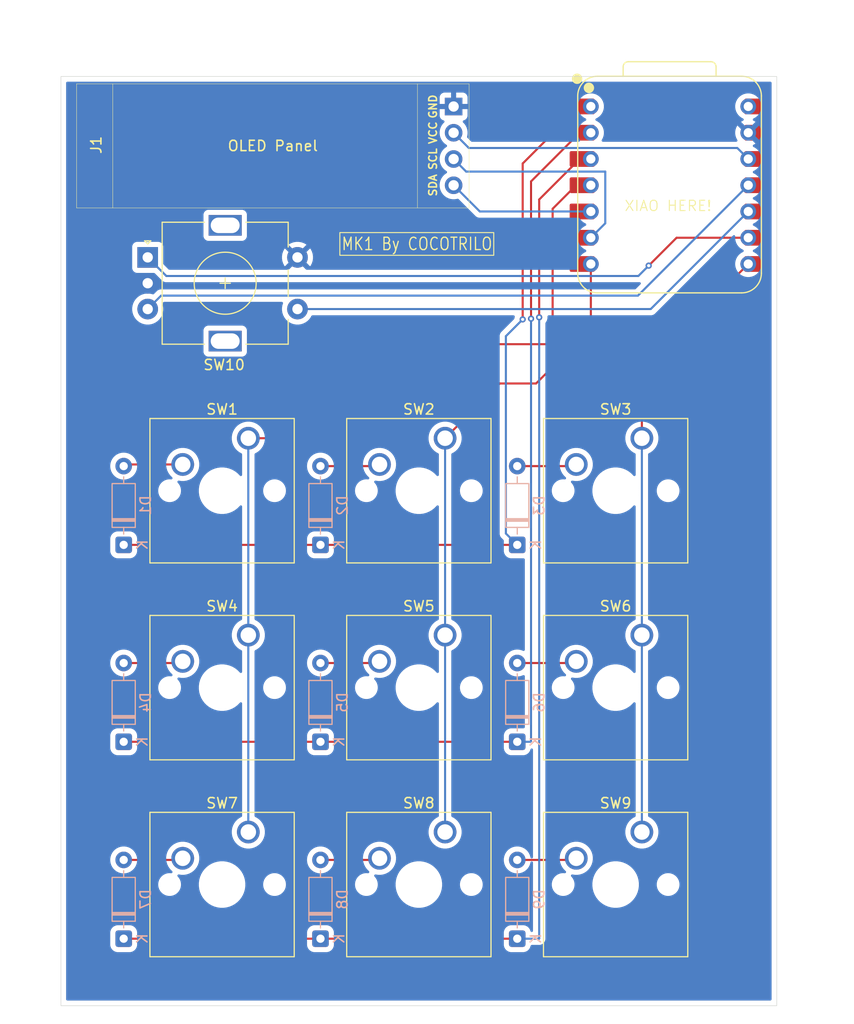
<source format=kicad_pcb>
(kicad_pcb (version 20241229) (generator "pcbnew") (generator_version "9.0")
  (layers (0 "F.Cu" signal) (2 "B.Cu" signal) (13 "F.Paste" user) (15 "B.Paste" user) (5 "F.SilkS" user "F.Silkscreen") (7 "B.SilkS" user "B.Silkscreen") (1 "F.Mask" user) (3 "B.Mask" user) (25 "Edge.Cuts" user))
  (net 0 "")
  (net 1 "Net-(D1-A)")
  (net 2 "Net-(D2-A)")
  (net 3 "Net-(D3-A)")
  (net 4 "Net-(D4-A)")
  (net 5 "Net-(D5-A)")
  (net 6 "Net-(D6-A)")
  (net 7 "Net-(D7-A)")
  (net 8 "Row 2")
  (net 9 "Net-(D8-A)")
  (net 10 "Net-(D9-A)")
  (net 11 "OLED_SDA")
  (net 12 "GND")
  (net 13 "+3.3V")
  (net 14 "OLED_SCL")
  (net 15 "Column 0")
  (net 16 "Column 1")
  (net 17 "Column 2")
  (net 18 "ENC_A")
  (net 19 "ENC_SW")
  (net 20 "ENC_B")
  (net 23 "Row 0")
  (net 24 "Row 1")
  (footprint "Button_Switch_Keyboard:SW_Cherry_MX_1.00u_PCB" (layer "F.Cu") (at 212.09 118.745)
    (property "Reference" "SW5" (at -2.54 -2.794 0) (layer "F.SilkS"))
    (property "Value" "SW_Push")
    (fp_line (start -9.525 -1.905) (end 4.445 -1.905) (stroke (width 0.12)) (layer "F.SilkS"))
    (fp_line (start -9.525 12.065) (end -9.525 -1.905) (stroke (width 0.12)) (layer "F.SilkS"))
    (fp_line (start 4.445 -1.905) (end 4.445 12.065) (stroke (width 0.12)) (layer "F.SilkS"))
    (fp_line (start 4.445 12.065) (end -9.525 12.065) (stroke (width 0.12)) (layer "F.SilkS"))
    (pad "" np_thru_hole circle (at -7.62 5.08) (size 1.7 1.7) (drill 1.7) (layers "*.Cu" "*.Mask"))
    (pad "" np_thru_hole circle (at -2.54 5.08) (size 4 4) (drill 4) (layers "*.Cu" "*.Mask"))
    (pad "" np_thru_hole circle (at 2.54 5.08) (size 1.7 1.7) (drill 1.7) (layers "*.Cu" "*.Mask"))
    (pad "1" thru_hole circle (at 0 0) (size 2.2 2.2) (drill 1.5) (layers "*.Cu" "*.Mask") (net 16 "Column 1"))
    (pad "2" thru_hole circle (at -6.35 2.54) (size 2.2 2.2) (drill 1.5) (layers "*.Cu" "*.Mask") (net 5 "Net-(D5-A)"))
  )
  (footprint "Button_Switch_Keyboard:SW_Cherry_MX_1.00u_PCB" (layer "F.Cu") (at 193.04 99.695)
    (property "Reference" "SW1" (at -2.54 -2.794 0) (layer "F.SilkS"))
    (property "Value" "SW_Push")
    (fp_line (start -9.525 -1.905) (end 4.445 -1.905) (stroke (width 0.12)) (layer "F.SilkS"))
    (fp_line (start -9.525 12.065) (end -9.525 -1.905) (stroke (width 0.12)) (layer "F.SilkS"))
    (fp_line (start 4.445 -1.905) (end 4.445 12.065) (stroke (width 0.12)) (layer "F.SilkS"))
    (fp_line (start 4.445 12.065) (end -9.525 12.065) (stroke (width 0.12)) (layer "F.SilkS"))
    (pad "" np_thru_hole circle (at -7.62 5.08) (size 1.7 1.7) (drill 1.7) (layers "*.Cu" "*.Mask"))
    (pad "" np_thru_hole circle (at -2.54 5.08) (size 4 4) (drill 4) (layers "*.Cu" "*.Mask"))
    (pad "" np_thru_hole circle (at 2.54 5.08) (size 1.7 1.7) (drill 1.7) (layers "*.Cu" "*.Mask"))
    (pad "1" thru_hole circle (at 0 0) (size 2.2 2.2) (drill 1.5) (layers "*.Cu" "*.Mask") (net 15 "Column 0"))
    (pad "2" thru_hole circle (at -6.35 2.54) (size 2.2 2.2) (drill 1.5) (layers "*.Cu" "*.Mask") (net 1 "Net-(D1-A)"))
  )
  (footprint "OLED Lib:SSD1306-0.91-OLED-4pin-128x32" (layer "F.Cu") (at 176.415 65.415)
    (property "Reference" "J1" (at 1.9 5.91 90) (layer "F.SilkS"))
    (property "Value" "OLED")
    (fp_line (start 0 0) (end 0 12) (stroke (width 0.04)) (layer "F.SilkS"))
    (fp_line (start 0 12) (end 38 12) (stroke (width 0.04)) (layer "F.SilkS"))
    (fp_line (start 3.5 0) (end 3.5 12) (stroke (width 0.04)) (layer "F.SilkS"))
    (fp_line (start 33 0) (end 33 12) (stroke (width 0.04)) (layer "F.SilkS"))
    (fp_line (start 38 0) (end 0 0) (stroke (width 0.04)) (layer "F.SilkS"))
    (fp_line (start 38 12) (end 38 0) (stroke (width 0.04)) (layer "F.SilkS"))
    (fp_text user "VCC" (at 34.5 4.73 270) (layer "F.SilkS") (effects (font (size 0.75 0.75))))
    (fp_text user "OLED Panel" (at 19 6 0) (layer "F.SilkS"))
    (fp_text user "SCL" (at 34.5 7.27 270) (layer "F.SilkS") (effects (font (size 0.75 0.75))))
    (fp_text user "GND" (at 34.5 2.19 270) (layer "F.SilkS") (effects (font (size 0.75 0.75))))
    (fp_text user "SDA" (at 34.5 9.81 270) (layer "F.SilkS") (effects (font (size 0.75 0.75))))
    (pad "1" thru_hole rect (at 36.5 2.19) (size 1.7 1.7) (drill 1) (layers "*.Cu" "*.Mask") (net 12 "GND"))
    (pad "2" thru_hole oval (at 36.5 4.73) (size 1.7 1.7) (drill 1) (layers "*.Cu" "*.Mask") (net 13 "+3.3V"))
    (pad "3" thru_hole oval (at 36.5 7.27) (size 1.7 1.7) (drill 1) (layers "*.Cu" "*.Mask") (net 14 "OLED_SCL"))
    (pad "4" thru_hole oval (at 36.5 9.81) (size 1.7 1.7) (drill 1) (layers "*.Cu" "*.Mask") (net 11 "OLED_SDA"))
  )
  (footprint "Rotary_Encoder:RotaryEncoder_Alps_EC11E-Switch_Vertical_H20mm" (layer "F.Cu") (at 183.3 82.2)
    (property "Reference" "SW10" (at 7.4 10.4 0) (layer "F.SilkS"))
    (property "Value" "RotaryEncoder_Switch")
    (fp_line (start -0.3 -1.6) (end 0.3 -1.6) (stroke (width 0.12)) (layer "F.SilkS"))
    (fp_line (start 0 -1.3) (end -0.3 -1.6) (stroke (width 0.12)) (layer "F.SilkS"))
    (fp_line (start 0.3 -1.6) (end 0 -1.3) (stroke (width 0.12)) (layer "F.SilkS"))
    (fp_line (start 1.4 -3.4) (end 1.4 8.4) (stroke (width 0.12)) (layer "F.SilkS"))
    (fp_line (start 5.5 -3.4) (end 1.4 -3.4) (stroke (width 0.12)) (layer "F.SilkS"))
    (fp_line (start 5.5 8.4) (end 1.4 8.4) (stroke (width 0.12)) (layer "F.SilkS"))
    (fp_line (start 7 2.5) (end 8 2.5) (stroke (width 0.12)) (layer "F.SilkS"))
    (fp_line (start 7.5 2) (end 7.5 3) (stroke (width 0.12)) (layer "F.SilkS"))
    (fp_line (start 9.5 -3.4) (end 13.6 -3.4) (stroke (width 0.12)) (layer "F.SilkS"))
    (fp_line (start 13.6 -3.4) (end 13.6 -1) (stroke (width 0.12)) (layer "F.SilkS"))
    (fp_line (start 13.6 1.2) (end 13.6 3.8) (stroke (width 0.12)) (layer "F.SilkS"))
    (fp_line (start 13.6 6) (end 13.6 8.4) (stroke (width 0.12)) (layer "F.SilkS"))
    (fp_line (start 13.6 8.4) (end 9.5 8.4) (stroke (width 0.12)) (layer "F.SilkS"))
    (fp_circle (center 7.5 2.5) (end 10.5 2.5) (stroke (width 0.12)) (fill no) (layer "F.SilkS"))
    (pad "A" thru_hole rect (at 0 0) (size 2 2) (drill 1) (layers "*.Cu" "*.Mask") (net 18 "ENC_A"))
    (pad "B" thru_hole circle (at 0 5) (size 2 2) (drill 1) (layers "*.Cu" "*.Mask") (net 20 "ENC_B"))
    (pad "C" thru_hole circle (at 0 2.5) (size 2 2) (drill 1) (layers "*.Cu" "*.Mask") (net 12 "GND"))
    (pad "MP" thru_hole rect (at 7.5 -3.1) (size 3.2 2) (drill oval 2.8 1.5) (layers "*.Cu" "*.Mask"))
    (pad "MP" thru_hole rect (at 7.5 8.1) (size 3.2 2) (drill oval 2.8 1.5) (layers "*.Cu" "*.Mask"))
    (pad "S1" thru_hole circle (at 14.5 5) (size 2 2) (drill 1) (layers "*.Cu" "*.Mask") (net 19 "ENC_SW"))
    (pad "S2" thru_hole circle (at 14.5 0) (size 2 2) (drill 1) (layers "*.Cu" "*.Mask") (net 12 "GND"))
  )
  (footprint "Button_Switch_Keyboard:SW_Cherry_MX_1.00u_PCB" (layer "F.Cu") (at 231.14 137.795)
    (property "Reference" "SW9" (at -2.54 -2.794 0) (layer "F.SilkS"))
    (property "Value" "SW_Push")
    (fp_line (start -9.525 -1.905) (end 4.445 -1.905) (stroke (width 0.12)) (layer "F.SilkS"))
    (fp_line (start -9.525 12.065) (end -9.525 -1.905) (stroke (width 0.12)) (layer "F.SilkS"))
    (fp_line (start 4.445 -1.905) (end 4.445 12.065) (stroke (width 0.12)) (layer "F.SilkS"))
    (fp_line (start 4.445 12.065) (end -9.525 12.065) (stroke (width 0.12)) (layer "F.SilkS"))
    (pad "" np_thru_hole circle (at -7.62 5.08) (size 1.7 1.7) (drill 1.7) (layers "*.Cu" "*.Mask"))
    (pad "" np_thru_hole circle (at -2.54 5.08) (size 4 4) (drill 4) (layers "*.Cu" "*.Mask"))
    (pad "" np_thru_hole circle (at 2.54 5.08) (size 1.7 1.7) (drill 1.7) (layers "*.Cu" "*.Mask"))
    (pad "1" thru_hole circle (at 0 0) (size 2.2 2.2) (drill 1.5) (layers "*.Cu" "*.Mask") (net 17 "Column 2"))
    (pad "2" thru_hole circle (at -6.35 2.54) (size 2.2 2.2) (drill 1.5) (layers "*.Cu" "*.Mask") (net 10 "Net-(D9-A)"))
  )
  (footprint "OPL Lib:XIAO-RP2040-DIP" (layer "F.Cu") (at 233.82 75.22)
    (property "Reference" "U1" (hide yes))
    (property "Value" "XIAO-RP2040-DIP")
    (fp_line (start -8.89 8.509) (end -8.89 -8.636) (stroke (width 0.127)) (layer "F.SilkS"))
    (fp_line (start -6.985 10.414) (end 6.985 10.414) (stroke (width 0.127)) (layer "F.SilkS"))
    (fp_line (start -4.495 -10.541) (end -4.491272 -11.451272) (stroke (width 0.127)) (layer "F.SilkS"))
    (fp_line (start -3.991272 -11.951) (end 4.004 -11.951) (stroke (width 0.127)) (layer "F.SilkS"))
    (fp_line (start 4.504 -11.451) (end 4.504 -10.541) (stroke (width 0.127)) (layer "F.SilkS"))
    (fp_line (start 6.985 -10.541) (end -6.985 -10.541) (stroke (width 0.1)) (layer "F.SilkS"))
    (fp_line (start 6.985 -10.541) (end -6.985 -10.541) (stroke (width 0.127)) (layer "F.SilkS"))
    (fp_line (start 8.89 8.509) (end 8.89 -8.636) (stroke (width 0.127)) (layer "F.SilkS"))
    (fp_arc (start -8.89 -8.636) (mid -8.332038 -9.983038) (end -6.985 -10.541) (stroke (width 0.127)) (layer "F.SilkS"))
    (fp_arc (start -6.985 10.414) (mid -8.332038 9.856038) (end -8.89 8.509) (stroke (width 0.127)) (layer "F.SilkS"))
    (fp_arc (start -4.491272 -11.451272) (mid -4.344728 -11.80464) (end -3.991272 -11.951) (stroke (width 0.127)) (layer "F.SilkS"))
    (fp_arc (start 4.004 -11.951) (mid 4.357553 -11.804553) (end 4.504 -11.451) (stroke (width 0.127)) (layer "F.SilkS"))
    (fp_arc (start 6.985 -10.541) (mid 8.332038 -9.983038) (end 8.89 -8.636) (stroke (width 0.127)) (layer "F.SilkS"))
    (fp_arc (start 8.89 8.509) (mid 8.332038 9.856038) (end 6.985 10.414) (stroke (width 0.127)) (layer "F.SilkS"))
    (fp_circle (center -8.95 -10.3) (end -8.95 -10.554) (stroke (width 0.5)) (fill yes) (layer "F.SilkS"))
    (fp_circle (center -7.807 -9.42) (end -7.807 -9.674) (stroke (width 0.5)) (fill yes) (layer "F.SilkS"))
    (pad "1" smd roundrect (at -8.455 -7.62 180) (size 2.432 1.524) (layers "F.Cu" "F.Mask") (roundrect_rratio 0.1) (net 23 "Row 0"))
    (pad "1" thru_hole circle (at -7.62 -7.62 180) (size 1.524 1.524) (drill 0.889) (layers "*.Cu" "*.Mask") (net 23 "Row 0"))
    (pad "2" smd roundrect (at -8.455 -5.08 180) (size 2.432 1.524) (layers "F.Cu" "F.Mask") (roundrect_rratio 0.1) (net 24 "Row 1"))
    (pad "2" thru_hole circle (at -7.62 -5.08 180) (size 1.524 1.524) (drill 0.889) (layers "*.Cu" "*.Mask") (net 24 "Row 1"))
    (pad "3" smd roundrect (at -8.455 -2.54 180) (size 2.432 1.524) (layers "F.Cu" "F.Mask") (roundrect_rratio 0.1) (net 8 "Row 2"))
    (pad "3" thru_hole circle (at -7.62 -2.54 180) (size 1.524 1.524) (drill 0.889) (layers "*.Cu" "*.Mask") (net 8 "Row 2"))
    (pad "4" smd roundrect (at -8.455 0 180) (size 2.432 1.524) (layers "F.Cu" "F.Mask") (roundrect_rratio 0.1) (net 15 "Column 0"))
    (pad "4" thru_hole circle (at -7.62 0 180) (size 1.524 1.524) (drill 0.889) (layers "*.Cu" "*.Mask") (net 15 "Column 0"))
    (pad "5" smd roundrect (at -8.455 2.54 180) (size 2.432 1.524) (layers "F.Cu" "F.Mask") (roundrect_rratio 0.1) (net 11 "OLED_SDA"))
    (pad "5" thru_hole circle (at -7.62 2.54 180) (size 1.524 1.524) (drill 0.889) (layers "*.Cu" "*.Mask") (net 11 "OLED_SDA"))
    (pad "6" smd roundrect (at -8.455 5.08 180) (size 2.432 1.524) (layers "F.Cu" "F.Mask") (roundrect_rratio 0.1) (net 14 "OLED_SCL"))
    (pad "6" thru_hole circle (at -7.62 5.08 180) (size 1.524 1.524) (drill 0.889) (layers "*.Cu" "*.Mask") (net 14 "OLED_SCL"))
    (pad "7" smd roundrect (at -8.455 7.62 180) (size 2.432 1.524) (layers "F.Cu" "F.Mask") (roundrect_rratio 0.1) (net 16 "Column 1"))
    (pad "7" thru_hole circle (at -7.62 7.62 180) (size 1.524 1.524) (drill 0.889) (layers "*.Cu" "*.Mask") (net 16 "Column 1"))
    (pad "8" thru_hole circle (at 7.62 7.62) (size 1.524 1.524) (drill 0.889) (layers "*.Cu" "*.Mask") (net 17 "Column 2"))
    (pad "8" smd roundrect (at 8.455 7.62) (size 2.432 1.524) (layers "F.Cu" "F.Mask") (roundrect_rratio 0.1) (net 17 "Column 2"))
    (pad "9" thru_hole circle (at 7.62 5.08) (size 1.524 1.524) (drill 0.889) (layers "*.Cu" "*.Mask") (net 18 "ENC_A"))
    (pad "9" smd roundrect (at 8.455 5.08) (size 2.432 1.524) (layers "F.Cu" "F.Mask") (roundrect_rratio 0.1) (net 18 "ENC_A"))
    (pad "10" thru_hole circle (at 7.62 2.54) (size 1.524 1.524) (drill 0.889) (layers "*.Cu" "*.Mask") (net 19 "ENC_SW"))
    (pad "10" smd roundrect (at 8.455 2.54) (size 2.432 1.524) (layers "F.Cu" "F.Mask") (roundrect_rratio 0.1) (net 19 "ENC_SW"))
    (pad "11" thru_hole circle (at 7.62 0) (size 1.524 1.524) (drill 0.889) (layers "*.Cu" "*.Mask") (net 20 "ENC_B"))
    (pad "11" smd roundrect (at 8.455 0) (size 2.432 1.524) (layers "F.Cu" "F.Mask") (roundrect_rratio 0.1) (net 20 "ENC_B"))
    (pad "12" thru_hole circle (at 7.62 -2.54) (size 1.524 1.524) (drill 0.889) (layers "*.Cu" "*.Mask") (net 13 "+3.3V"))
    (pad "12" smd roundrect (at 8.455 -2.54) (size 2.432 1.524) (layers "F.Cu" "F.Mask") (roundrect_rratio 0.1) (net 13 "+3.3V"))
    (pad "13" thru_hole circle (at 7.62 -5.08) (size 1.524 1.524) (drill 0.889) (layers "*.Cu" "*.Mask") (net 12 "GND"))
    (pad "13" smd roundrect (at 8.455 -5.08) (size 2.432 1.524) (layers "F.Cu" "F.Mask") (roundrect_rratio 0.1) (net 12 "GND"))
    (pad "14" thru_hole circle (at 7.62 -7.62) (size 1.524 1.524) (drill 0.889) (layers "*.Cu" "*.Mask"))
    (pad "14" smd roundrect (at 8.455 -7.62) (size 2.432 1.524) (layers "F.Cu" "F.Mask") (roundrect_rratio 0.1))
  )
  (footprint "Button_Switch_Keyboard:SW_Cherry_MX_1.00u_PCB" (layer "F.Cu") (at 231.14 118.745)
    (property "Reference" "SW6" (at -2.54 -2.794 0) (layer "F.SilkS"))
    (property "Value" "SW_Push")
    (fp_line (start -9.525 -1.905) (end 4.445 -1.905) (stroke (width 0.12)) (layer "F.SilkS"))
    (fp_line (start -9.525 12.065) (end -9.525 -1.905) (stroke (width 0.12)) (layer "F.SilkS"))
    (fp_line (start 4.445 -1.905) (end 4.445 12.065) (stroke (width 0.12)) (layer "F.SilkS"))
    (fp_line (start 4.445 12.065) (end -9.525 12.065) (stroke (width 0.12)) (layer "F.SilkS"))
    (pad "" np_thru_hole circle (at -7.62 5.08) (size 1.7 1.7) (drill 1.7) (layers "*.Cu" "*.Mask"))
    (pad "" np_thru_hole circle (at -2.54 5.08) (size 4 4) (drill 4) (layers "*.Cu" "*.Mask"))
    (pad "" np_thru_hole circle (at 2.54 5.08) (size 1.7 1.7) (drill 1.7) (layers "*.Cu" "*.Mask"))
    (pad "1" thru_hole circle (at 0 0) (size 2.2 2.2) (drill 1.5) (layers "*.Cu" "*.Mask") (net 17 "Column 2"))
    (pad "2" thru_hole circle (at -6.35 2.54) (size 2.2 2.2) (drill 1.5) (layers "*.Cu" "*.Mask") (net 6 "Net-(D6-A)"))
  )
  (footprint "Button_Switch_Keyboard:SW_Cherry_MX_1.00u_PCB" (layer "F.Cu") (at 193.04 137.795)
    (property "Reference" "SW7" (at -2.54 -2.794 0) (layer "F.SilkS"))
    (property "Value" "SW_Push")
    (fp_line (start -9.525 -1.905) (end 4.445 -1.905) (stroke (width 0.12)) (layer "F.SilkS"))
    (fp_line (start -9.525 12.065) (end -9.525 -1.905) (stroke (width 0.12)) (layer "F.SilkS"))
    (fp_line (start 4.445 -1.905) (end 4.445 12.065) (stroke (width 0.12)) (layer "F.SilkS"))
    (fp_line (start 4.445 12.065) (end -9.525 12.065) (stroke (width 0.12)) (layer "F.SilkS"))
    (pad "" np_thru_hole circle (at -7.62 5.08) (size 1.7 1.7) (drill 1.7) (layers "*.Cu" "*.Mask"))
    (pad "" np_thru_hole circle (at -2.54 5.08) (size 4 4) (drill 4) (layers "*.Cu" "*.Mask"))
    (pad "" np_thru_hole circle (at 2.54 5.08) (size 1.7 1.7) (drill 1.7) (layers "*.Cu" "*.Mask"))
    (pad "1" thru_hole circle (at 0 0) (size 2.2 2.2) (drill 1.5) (layers "*.Cu" "*.Mask") (net 15 "Column 0"))
    (pad "2" thru_hole circle (at -6.35 2.54) (size 2.2 2.2) (drill 1.5) (layers "*.Cu" "*.Mask") (net 7 "Net-(D7-A)"))
  )
  (footprint "Button_Switch_Keyboard:SW_Cherry_MX_1.00u_PCB" (layer "F.Cu") (at 212.09 99.695)
    (property "Reference" "SW2" (at -2.54 -2.794 0) (layer "F.SilkS"))
    (property "Value" "SW_Push")
    (fp_line (start -9.525 -1.905) (end 4.445 -1.905) (stroke (width 0.12)) (layer "F.SilkS"))
    (fp_line (start -9.525 12.065) (end -9.525 -1.905) (stroke (width 0.12)) (layer "F.SilkS"))
    (fp_line (start 4.445 -1.905) (end 4.445 12.065) (stroke (width 0.12)) (layer "F.SilkS"))
    (fp_line (start 4.445 12.065) (end -9.525 12.065) (stroke (width 0.12)) (layer "F.SilkS"))
    (pad "" np_thru_hole circle (at -7.62 5.08) (size 1.7 1.7) (drill 1.7) (layers "*.Cu" "*.Mask"))
    (pad "" np_thru_hole circle (at -2.54 5.08) (size 4 4) (drill 4) (layers "*.Cu" "*.Mask"))
    (pad "" np_thru_hole circle (at 2.54 5.08) (size 1.7 1.7) (drill 1.7) (layers "*.Cu" "*.Mask"))
    (pad "1" thru_hole circle (at 0 0) (size 2.2 2.2) (drill 1.5) (layers "*.Cu" "*.Mask") (net 16 "Column 1"))
    (pad "2" thru_hole circle (at -6.35 2.54) (size 2.2 2.2) (drill 1.5) (layers "*.Cu" "*.Mask") (net 2 "Net-(D2-A)"))
  )
  (footprint "Button_Switch_Keyboard:SW_Cherry_MX_1.00u_PCB" (layer "F.Cu") (at 231.14 99.695)
    (property "Reference" "SW3" (at -2.54 -2.794 0) (layer "F.SilkS"))
    (property "Value" "SW_Push")
    (fp_line (start -9.525 -1.905) (end 4.445 -1.905) (stroke (width 0.12)) (layer "F.SilkS"))
    (fp_line (start -9.525 12.065) (end -9.525 -1.905) (stroke (width 0.12)) (layer "F.SilkS"))
    (fp_line (start 4.445 -1.905) (end 4.445 12.065) (stroke (width 0.12)) (layer "F.SilkS"))
    (fp_line (start 4.445 12.065) (end -9.525 12.065) (stroke (width 0.12)) (layer "F.SilkS"))
    (pad "" np_thru_hole circle (at -7.62 5.08) (size 1.7 1.7) (drill 1.7) (layers "*.Cu" "*.Mask"))
    (pad "" np_thru_hole circle (at -2.54 5.08) (size 4 4) (drill 4) (layers "*.Cu" "*.Mask"))
    (pad "" np_thru_hole circle (at 2.54 5.08) (size 1.7 1.7) (drill 1.7) (layers "*.Cu" "*.Mask"))
    (pad "1" thru_hole circle (at 0 0) (size 2.2 2.2) (drill 1.5) (layers "*.Cu" "*.Mask") (net 17 "Column 2"))
    (pad "2" thru_hole circle (at -6.35 2.54) (size 2.2 2.2) (drill 1.5) (layers "*.Cu" "*.Mask") (net 3 "Net-(D3-A)"))
  )
  (footprint "Button_Switch_Keyboard:SW_Cherry_MX_1.00u_PCB" (layer "F.Cu") (at 212.09 137.795)
    (property "Reference" "SW8" (at -2.54 -2.794 0) (layer "F.SilkS"))
    (property "Value" "SW_Push")
    (fp_line (start -9.525 -1.905) (end 4.445 -1.905) (stroke (width 0.12)) (layer "F.SilkS"))
    (fp_line (start -9.525 12.065) (end -9.525 -1.905) (stroke (width 0.12)) (layer "F.SilkS"))
    (fp_line (start 4.445 -1.905) (end 4.445 12.065) (stroke (width 0.12)) (layer "F.SilkS"))
    (fp_line (start 4.445 12.065) (end -9.525 12.065) (stroke (width 0.12)) (layer "F.SilkS"))
    (pad "" np_thru_hole circle (at -7.62 5.08) (size 1.7 1.7) (drill 1.7) (layers "*.Cu" "*.Mask"))
    (pad "" np_thru_hole circle (at -2.54 5.08) (size 4 4) (drill 4) (layers "*.Cu" "*.Mask"))
    (pad "" np_thru_hole circle (at 2.54 5.08) (size 1.7 1.7) (drill 1.7) (layers "*.Cu" "*.Mask"))
    (pad "1" thru_hole circle (at 0 0) (size 2.2 2.2) (drill 1.5) (layers "*.Cu" "*.Mask") (net 16 "Column 1"))
    (pad "2" thru_hole circle (at -6.35 2.54) (size 2.2 2.2) (drill 1.5) (layers "*.Cu" "*.Mask") (net 9 "Net-(D8-A)"))
  )
  (footprint "Button_Switch_Keyboard:SW_Cherry_MX_1.00u_PCB" (layer "F.Cu") (at 193.04 118.745)
    (property "Reference" "SW4" (at -2.54 -2.794 0) (layer "F.SilkS"))
    (property "Value" "SW_Push")
    (fp_line (start -9.525 -1.905) (end 4.445 -1.905) (stroke (width 0.12)) (layer "F.SilkS"))
    (fp_line (start -9.525 12.065) (end -9.525 -1.905) (stroke (width 0.12)) (layer "F.SilkS"))
    (fp_line (start 4.445 -1.905) (end 4.445 12.065) (stroke (width 0.12)) (layer "F.SilkS"))
    (fp_line (start 4.445 12.065) (end -9.525 12.065) (stroke (width 0.12)) (layer "F.SilkS"))
    (pad "" np_thru_hole circle (at -7.62 5.08) (size 1.7 1.7) (drill 1.7) (layers "*.Cu" "*.Mask"))
    (pad "" np_thru_hole circle (at -2.54 5.08) (size 4 4) (drill 4) (layers "*.Cu" "*.Mask"))
    (pad "" np_thru_hole circle (at 2.54 5.08) (size 1.7 1.7) (drill 1.7) (layers "*.Cu" "*.Mask"))
    (pad "1" thru_hole circle (at 0 0) (size 2.2 2.2) (drill 1.5) (layers "*.Cu" "*.Mask") (net 15 "Column 0"))
    (pad "2" thru_hole circle (at -6.35 2.54) (size 2.2 2.2) (drill 1.5) (layers "*.Cu" "*.Mask") (net 4 "Net-(D4-A)"))
  )
  (footprint "Diode_THT:D_DO-35_SOD27_P7.62mm_Horizontal" (layer "B.Cu") (at 219.075 129.06375 90)
    (property "Reference" "D6" (at 3.81 2.12 90) (layer "B.SilkS") (effects (justify mirror)))
    (property "Value" "1N4148")
    (fp_line (start 6.58 0) (end 5.93 0) (stroke (width 0.12)) (layer "B.SilkS"))
    (fp_line (start 1.04 0) (end 1.69 0) (stroke (width 0.12)) (layer "B.SilkS"))
    (fp_line (start 2.53 1.12) (end 2.53 -1.12) (stroke (width 0.12)) (layer "B.SilkS"))
    (fp_line (start 2.41 1.12) (end 2.41 -1.12) (stroke (width 0.12)) (layer "B.SilkS"))
    (fp_line (start 2.29 1.12) (end 2.29 -1.12) (stroke (width 0.12)) (layer "B.SilkS"))
    (fp_rect (start 1.69 1.12) (end 5.93 -1.12) (stroke (width 0.12)) (fill no) (layer "B.SilkS"))
    (fp_text user "K" (at 0 1.8 90) (layer "B.SilkS") (effects (justify mirror)))
    (pad "1" thru_hole roundrect (at 0 0 90) (size 1.6 1.6) (drill 0.8) (layers "*.Cu" "*.Mask") (roundrect_rratio 0.15625) (net 24 "Row 1"))
    (pad "2" thru_hole circle (at 7.62 0 90) (size 1.6 1.6) (drill 0.8) (layers "*.Cu" "*.Mask") (net 6 "Net-(D6-A)"))
  )
  (footprint "Diode_THT:D_DO-35_SOD27_P7.62mm_Horizontal" (layer "B.Cu") (at 180.975 129.06375 90)
    (property "Reference" "D4" (at 3.81 2.12 90) (layer "B.SilkS") (effects (justify mirror)))
    (property "Value" "1N4148")
    (fp_line (start 6.58 0) (end 5.93 0) (stroke (width 0.12)) (layer "B.SilkS"))
    (fp_line (start 1.04 0) (end 1.69 0) (stroke (width 0.12)) (layer "B.SilkS"))
    (fp_line (start 2.53 1.12) (end 2.53 -1.12) (stroke (width 0.12)) (layer "B.SilkS"))
    (fp_line (start 2.41 1.12) (end 2.41 -1.12) (stroke (width 0.12)) (layer "B.SilkS"))
    (fp_line (start 2.29 1.12) (end 2.29 -1.12) (stroke (width 0.12)) (layer "B.SilkS"))
    (fp_rect (start 1.69 1.12) (end 5.93 -1.12) (stroke (width 0.12)) (fill no) (layer "B.SilkS"))
    (fp_text user "K" (at 0 1.8 90) (layer "B.SilkS") (effects (justify mirror)))
    (pad "1" thru_hole roundrect (at 0 0 90) (size 1.6 1.6) (drill 0.8) (layers "*.Cu" "*.Mask") (roundrect_rratio 0.15625) (net 24 "Row 1"))
    (pad "2" thru_hole circle (at 7.62 0 90) (size 1.6 1.6) (drill 0.8) (layers "*.Cu" "*.Mask") (net 4 "Net-(D4-A)"))
  )
  (footprint "Diode_THT:D_DO-35_SOD27_P7.62mm_Horizontal" (layer "B.Cu") (at 180.975 110.01375 90)
    (property "Reference" "D1" (at 3.81 2.12 90) (layer "B.SilkS") (effects (justify mirror)))
    (property "Value" "1N4148")
    (fp_line (start 6.58 0) (end 5.93 0) (stroke (width 0.12)) (layer "B.SilkS"))
    (fp_line (start 1.04 0) (end 1.69 0) (stroke (width 0.12)) (layer "B.SilkS"))
    (fp_line (start 2.53 1.12) (end 2.53 -1.12) (stroke (width 0.12)) (layer "B.SilkS"))
    (fp_line (start 2.41 1.12) (end 2.41 -1.12) (stroke (width 0.12)) (layer "B.SilkS"))
    (fp_line (start 2.29 1.12) (end 2.29 -1.12) (stroke (width 0.12)) (layer "B.SilkS"))
    (fp_rect (start 1.69 1.12) (end 5.93 -1.12) (stroke (width 0.12)) (fill no) (layer "B.SilkS"))
    (fp_text user "K" (at 0 1.8 90) (layer "B.SilkS") (effects (justify mirror)))
    (pad "1" thru_hole roundrect (at 0 0 90) (size 1.6 1.6) (drill 0.8) (layers "*.Cu" "*.Mask") (roundrect_rratio 0.15625) (net 23 "Row 0"))
    (pad "2" thru_hole circle (at 7.62 0 90) (size 1.6 1.6) (drill 0.8) (layers "*.Cu" "*.Mask") (net 1 "Net-(D1-A)"))
  )
  (footprint "Diode_THT:D_DO-35_SOD27_P7.62mm_Horizontal" (layer "B.Cu") (at 219.075 148.11375 90)
    (property "Reference" "D9" (at 3.81 2.12 90) (layer "B.SilkS") (effects (justify mirror)))
    (property "Value" "1N4148")
    (fp_line (start 6.58 0) (end 5.93 0) (stroke (width 0.12)) (layer "B.SilkS"))
    (fp_line (start 1.04 0) (end 1.69 0) (stroke (width 0.12)) (layer "B.SilkS"))
    (fp_line (start 2.53 1.12) (end 2.53 -1.12) (stroke (width 0.12)) (layer "B.SilkS"))
    (fp_line (start 2.41 1.12) (end 2.41 -1.12) (stroke (width 0.12)) (layer "B.SilkS"))
    (fp_line (start 2.29 1.12) (end 2.29 -1.12) (stroke (width 0.12)) (layer "B.SilkS"))
    (fp_rect (start 1.69 1.12) (end 5.93 -1.12) (stroke (width 0.12)) (fill no) (layer "B.SilkS"))
    (fp_text user "K" (at 0 1.8 90) (layer "B.SilkS") (effects (justify mirror)))
    (pad "1" thru_hole roundrect (at 0 0 90) (size 1.6 1.6) (drill 0.8) (layers "*.Cu" "*.Mask") (roundrect_rratio 0.15625) (net 8 "Row 2"))
    (pad "2" thru_hole circle (at 7.62 0 90) (size 1.6 1.6) (drill 0.8) (layers "*.Cu" "*.Mask") (net 10 "Net-(D9-A)"))
  )
  (footprint "Diode_THT:D_DO-35_SOD27_P7.62mm_Horizontal" (layer "B.Cu") (at 200.025 148.11375 90)
    (property "Reference" "D8" (at 3.81 2.12 90) (layer "B.SilkS") (effects (justify mirror)))
    (property "Value" "1N4148")
    (fp_line (start 6.58 0) (end 5.93 0) (stroke (width 0.12)) (layer "B.SilkS"))
    (fp_line (start 1.04 0) (end 1.69 0) (stroke (width 0.12)) (layer "B.SilkS"))
    (fp_line (start 2.53 1.12) (end 2.53 -1.12) (stroke (width 0.12)) (layer "B.SilkS"))
    (fp_line (start 2.41 1.12) (end 2.41 -1.12) (stroke (width 0.12)) (layer "B.SilkS"))
    (fp_line (start 2.29 1.12) (end 2.29 -1.12) (stroke (width 0.12)) (layer "B.SilkS"))
    (fp_rect (start 1.69 1.12) (end 5.93 -1.12) (stroke (width 0.12)) (fill no) (layer "B.SilkS"))
    (fp_text user "K" (at 0 1.8 90) (layer "B.SilkS") (effects (justify mirror)))
    (pad "1" thru_hole roundrect (at 0 0 90) (size 1.6 1.6) (drill 0.8) (layers "*.Cu" "*.Mask") (roundrect_rratio 0.15625) (net 8 "Row 2"))
    (pad "2" thru_hole circle (at 7.62 0 90) (size 1.6 1.6) (drill 0.8) (layers "*.Cu" "*.Mask") (net 9 "Net-(D8-A)"))
  )
  (footprint "Diode_THT:D_DO-35_SOD27_P7.62mm_Horizontal" (layer "B.Cu") (at 200.025 110.01375 90)
    (property "Reference" "D2" (at 3.81 2.12 90) (layer "B.SilkS") (effects (justify mirror)))
    (property "Value" "1N4148")
    (fp_line (start 6.58 0) (end 5.93 0) (stroke (width 0.12)) (layer "B.SilkS"))
    (fp_line (start 1.04 0) (end 1.69 0) (stroke (width 0.12)) (layer "B.SilkS"))
    (fp_line (start 2.53 1.12) (end 2.53 -1.12) (stroke (width 0.12)) (layer "B.SilkS"))
    (fp_line (start 2.41 1.12) (end 2.41 -1.12) (stroke (width 0.12)) (layer "B.SilkS"))
    (fp_line (start 2.29 1.12) (end 2.29 -1.12) (stroke (width 0.12)) (layer "B.SilkS"))
    (fp_rect (start 1.69 1.12) (end 5.93 -1.12) (stroke (width 0.12)) (fill no) (layer "B.SilkS"))
    (fp_text user "K" (at 0 1.8 90) (layer "B.SilkS") (effects (justify mirror)))
    (pad "1" thru_hole roundrect (at 0 0 90) (size 1.6 1.6) (drill 0.8) (layers "*.Cu" "*.Mask") (roundrect_rratio 0.15625) (net 23 "Row 0"))
    (pad "2" thru_hole circle (at 7.62 0 90) (size 1.6 1.6) (drill 0.8) (layers "*.Cu" "*.Mask") (net 2 "Net-(D2-A)"))
  )
  (footprint "Diode_THT:D_DO-35_SOD27_P7.62mm_Horizontal" (layer "B.Cu") (at 180.975 148.11375 90)
    (property "Reference" "D7" (at 3.81 2.12 90) (layer "B.SilkS") (effects (justify mirror)))
    (property "Value" "1N4148")
    (fp_line (start 6.58 0) (end 5.93 0) (stroke (width 0.12)) (layer "B.SilkS"))
    (fp_line (start 1.04 0) (end 1.69 0) (stroke (width 0.12)) (layer "B.SilkS"))
    (fp_line (start 2.53 1.12) (end 2.53 -1.12) (stroke (width 0.12)) (layer "B.SilkS"))
    (fp_line (start 2.41 1.12) (end 2.41 -1.12) (stroke (width 0.12)) (layer "B.SilkS"))
    (fp_line (start 2.29 1.12) (end 2.29 -1.12) (stroke (width 0.12)) (layer "B.SilkS"))
    (fp_rect (start 1.69 1.12) (end 5.93 -1.12) (stroke (width 0.12)) (fill no) (layer "B.SilkS"))
    (fp_text user "K" (at 0 1.8 90) (layer "B.SilkS") (effects (justify mirror)))
    (pad "1" thru_hole roundrect (at 0 0 90) (size 1.6 1.6) (drill 0.8) (layers "*.Cu" "*.Mask") (roundrect_rratio 0.15625) (net 8 "Row 2"))
    (pad "2" thru_hole circle (at 7.62 0 90) (size 1.6 1.6) (drill 0.8) (layers "*.Cu" "*.Mask") (net 7 "Net-(D7-A)"))
  )
  (footprint "Diode_THT:D_DO-35_SOD27_P7.62mm_Horizontal" (layer "B.Cu") (at 219.075 110.01375 90)
    (property "Reference" "D3" (at 3.81 2.12 90) (layer "B.SilkS") (effects (justify mirror)))
    (property "Value" "1N4148")
    (fp_line (start 6.58 0) (end 5.93 0) (stroke (width 0.12)) (layer "B.SilkS"))
    (fp_line (start 1.04 0) (end 1.69 0) (stroke (width 0.12)) (layer "B.SilkS"))
    (fp_line (start 2.53 1.12) (end 2.53 -1.12) (stroke (width 0.12)) (layer "B.SilkS"))
    (fp_line (start 2.41 1.12) (end 2.41 -1.12) (stroke (width 0.12)) (layer "B.SilkS"))
    (fp_line (start 2.29 1.12) (end 2.29 -1.12) (stroke (width 0.12)) (layer "B.SilkS"))
    (fp_rect (start 1.69 1.12) (end 5.93 -1.12) (stroke (width 0.12)) (fill no) (layer "B.SilkS"))
    (fp_text user "K" (at 0 1.8 90) (layer "B.SilkS") (effects (justify mirror)))
    (pad "1" thru_hole roundrect (at 0 0 90) (size 1.6 1.6) (drill 0.8) (layers "*.Cu" "*.Mask") (roundrect_rratio 0.15625) (net 23 "Row 0"))
    (pad "2" thru_hole circle (at 7.62 0 90) (size 1.6 1.6) (drill 0.8) (layers "*.Cu" "*.Mask") (net 3 "Net-(D3-A)"))
  )
  (footprint "Diode_THT:D_DO-35_SOD27_P7.62mm_Horizontal" (layer "B.Cu") (at 200.025 129.06375 90)
    (property "Reference" "D5" (at 3.81 2.12 90) (layer "B.SilkS") (effects (justify mirror)))
    (property "Value" "1N4148")
    (fp_line (start 6.58 0) (end 5.93 0) (stroke (width 0.12)) (layer "B.SilkS"))
    (fp_line (start 1.04 0) (end 1.69 0) (stroke (width 0.12)) (layer "B.SilkS"))
    (fp_line (start 2.53 1.12) (end 2.53 -1.12) (stroke (width 0.12)) (layer "B.SilkS"))
    (fp_line (start 2.41 1.12) (end 2.41 -1.12) (stroke (width 0.12)) (layer "B.SilkS"))
    (fp_line (start 2.29 1.12) (end 2.29 -1.12) (stroke (width 0.12)) (layer "B.SilkS"))
    (fp_rect (start 1.69 1.12) (end 5.93 -1.12) (stroke (width 0.12)) (fill no) (layer "B.SilkS"))
    (fp_text user "K" (at 0 1.8 90) (layer "B.SilkS") (effects (justify mirror)))
    (pad "1" thru_hole roundrect (at 0 0 90) (size 1.6 1.6) (drill 0.8) (layers "*.Cu" "*.Mask") (roundrect_rratio 0.15625) (net 24 "Row 1"))
    (pad "2" thru_hole circle (at 7.62 0 90) (size 1.6 1.6) (drill 0.8) (layers "*.Cu" "*.Mask") (net 5 "Net-(D5-A)"))
  )
  (gr_rect (start 201.9 79.8) (end 216.8 82) (stroke (width 0.1)) (fill no) (layer "F.SilkS"))
  (gr_rect (start 174.9 64.7) (end 244.2 154.6) (stroke (width 0.05)) (fill no) (layer "Edge.Cuts"))
  (gr_text "MK1 By COCOTRILO\n" (at 202 81.6 0) (layer "F.SilkS") (effects (font (size 1.2 1) (thickness 0.125)) (justify left bottom)))
  (gr_text "XIAO HERE!" (at 229.4 77.8 0) (layer "F.SilkS") (effects (font (size 1 1) (thickness 0.1)) (justify left bottom)))
  (segment (start 186.69 102.235) (end 181.13375 102.235) (width 0.2) (layer "F.Cu") (net 1))
  (segment (start 181.13375 102.235) (end 180.975 102.39375) (width 0.2) (layer "F.Cu") (net 1))
  (segment (start 200.025 102.39375) (end 205.58125 102.39375) (width 0.2) (layer "F.Cu") (net 2))
  (segment (start 205.58125 102.39375) (end 205.74 102.235) (width 0.2) (layer "F.Cu") (net 2))
  (segment (start 219.075 102.39375) (end 224.63125 102.39375) (width 0.2) (layer "F.Cu") (net 3))
  (segment (start 224.63125 102.39375) (end 224.79 102.235) (width 0.2) (layer "F.Cu") (net 3))
  (segment (start 180.975 121.44375) (end 186.53125 121.44375) (width 0.2) (layer "F.Cu") (net 4))
  (segment (start 186.53125 121.44375) (end 186.69 121.285) (width 0.2) (layer "F.Cu") (net 4))
  (segment (start 200.025 121.44375) (end 205.58125 121.44375) (width 0.2) (layer "F.Cu") (net 5))
  (segment (start 205.58125 121.44375) (end 205.74 121.285) (width 0.2) (layer "F.Cu") (net 5))
  (segment (start 219.075 121.44375) (end 224.63125 121.44375) (width 0.2) (layer "F.Cu") (net 6))
  (segment (start 224.63125 121.44375) (end 224.79 121.285) (width 0.2) (layer "F.Cu") (net 6))
  (segment (start 180.975 140.49375) (end 186.53125 140.49375) (width 0.2) (layer "F.Cu") (net 7))
  (segment (start 186.53125 140.49375) (end 186.69 140.335) (width 0.2) (layer "F.Cu") (net 7))
  (segment (start 221.2 76.60237) (end 225.12237 72.68) (width 0.2) (layer "F.Cu") (net 8))
  (segment (start 180.975 148.11375) (end 200.025 148.11375) (width 0.2) (layer "F.Cu") (net 8))
  (segment (start 225.12237 72.68) (end 226.2 72.68) (width 0.2) (layer "F.Cu") (net 8))
  (segment (start 221.2 88) (end 221.2 76.60237) (width 0.2) (layer "F.Cu") (net 8))
  (segment (start 200.025 148.11375) (end 219.075 148.11375) (width 0.2) (layer "F.Cu") (net 8))
  (via (at 221.2 88) (size 0.6) (drill 0.3) (layers "F.Cu" "B.Cu") (net 8))
  (segment (start 219.075 148.11375) (end 221.18625 148.11375) (width 0.2) (layer "B.Cu") (net 8))
  (segment (start 221.18625 148.11375) (end 221.2 148.1) (width 0.2) (layer "B.Cu") (net 8))
  (segment (start 221.2 148.1) (end 221.2 88) (width 0.2) (layer "B.Cu") (net 8))
  (segment (start 200.025 140.49375) (end 205.58125 140.49375) (width 0.2) (layer "F.Cu") (net 9))
  (segment (start 205.58125 140.49375) (end 205.74 140.335) (width 0.2) (layer "F.Cu") (net 9))
  (segment (start 219.075 140.49375) (end 224.63125 140.49375) (width 0.2) (layer "F.Cu") (net 10))
  (segment (start 224.63125 140.49375) (end 224.79 140.335) (width 0.2) (layer "F.Cu") (net 10))
  (segment (start 225.14 77.76) (end 226.2 77.76) (width 0.2) (layer "F.Cu") (net 11))
  (segment (start 212.915 75.225) (end 215.45 77.76) (width 0.2) (layer "B.Cu") (net 11))
  (segment (start 215.45 77.76) (end 226.2 77.76) (width 0.2) (layer "B.Cu") (net 11))
  (segment (start 212.915 70.145) (end 214.387 71.617) (width 0.2) (layer "B.Cu") (net 13))
  (segment (start 240.377 71.617) (end 241.44 72.68) (width 0.2) (layer "B.Cu") (net 13))
  (segment (start 214.387 71.617) (end 240.377 71.617) (width 0.2) (layer "B.Cu") (net 13))
  (segment (start 227.6 78.9) (end 226.2 80.3) (width 0.2) (layer "B.Cu") (net 14))
  (segment (start 212.915 72.685) (end 214.13 73.9) (width 0.2) (layer "B.Cu") (net 14))
  (segment (start 214.13 73.9) (end 227.6 73.9) (width 0.2) (layer "B.Cu") (net 14))
  (segment (start 227.6 73.9) (end 227.6 78.9) (width 0.2) (layer "B.Cu") (net 14))
  (segment (start 226.2 75.22) (end 224.78 75.22) (width 0.2) (layer "F.Cu") (net 15))
  (segment (start 225.10237 75.2) (end 225.12237 75.22) (width 0.2) (layer "F.Cu") (net 15))
  (segment (start 199.805 99.695) (end 193.04 99.695) (width 0.2) (layer "F.Cu") (net 15))
  (segment (start 222.5 77.5) (end 222.5 90.6) (width 0.2) (layer "F.Cu") (net 15))
  (segment (start 222.5 90.6) (end 208.9 90.6) (width 0.2) (layer "F.Cu") (net 15))
  (segment (start 225.12237 75.22) (end 226.2 75.22) (width 0.2) (layer "F.Cu") (net 15))
  (segment (start 224.78 75.22) (end 222.5 77.5) (width 0.2) (layer "F.Cu") (net 15))
  (segment (start 208.9 90.6) (end 199.805 99.695) (width 0.2) (layer "F.Cu") (net 15))
  (segment (start 193.04 99.695) (end 193.04 118.745) (width 0.2) (layer "B.Cu") (net 15))
  (segment (start 193.04 118.745) (end 193.04 137.795) (width 0.2) (layer "B.Cu") (net 15))
  (segment (start 220.9 94.4) (end 226.2 89.1) (width 0.2) (layer "F.Cu") (net 16))
  (segment (start 212.09 99.695) (end 217.385 94.4) (width 0.2) (layer "F.Cu") (net 16))
  (segment (start 217.385 94.4) (end 220.9 94.4) (width 0.2) (layer "F.Cu") (net 16))
  (segment (start 226.2 89.1) (end 226.2 82.84) (width 0.2) (layer "F.Cu") (net 16))
  (segment (start 212.09 118.745) (end 212.09 99.695) (width 0.2) (layer "B.Cu") (net 16))
  (segment (start 212.09 137.795) (end 212.09 118.745) (width 0.2) (layer "B.Cu") (net 16))
  (segment (start 231.14 99.695) (end 231.14 93.14) (width 0.2) (layer "F.Cu") (net 17))
  (segment (start 231.14 93.14) (end 241.44 82.84) (width 0.2) (layer "F.Cu") (net 17))
  (segment (start 231.14 118.745) (end 231.14 99.695) (width 0.2) (layer "B.Cu") (net 17))
  (segment (start 231.14 118.745) (end 231.14 137.795) (width 0.2) (layer "B.Cu") (net 17))
  (segment (start 234.5 80.3) (end 241.44 80.3) (width 0.2) (layer "F.Cu") (net 18))
  (segment (start 231.8 83) (end 234.5 80.3) (width 0.2) (layer "F.Cu") (net 18))
  (via (at 231.8 83) (size 0.6) (drill 0.3) (layers "F.Cu" "B.Cu") (net 18))
  (segment (start 183.3 82.2) (end 185.1 84) (width 0.2) (layer "B.Cu") (net 18))
  (segment (start 230.8 84) (end 231.8 83) (width 0.2) (layer "B.Cu") (net 18))
  (segment (start 185.1 84) (end 230.8 84) (width 0.2) (layer "B.Cu") (net 18))
  (segment (start 197.8 87.2) (end 232 87.2) (width 0.2) (layer "B.Cu") (net 19))
  (segment (start 232 87.2) (end 241.44 77.76) (width 0.2) (layer "B.Cu") (net 19))
  (segment (start 183.3 87.2) (end 184.601 85.899) (width 0.2) (layer "B.Cu") (net 20))
  (segment (start 184.601 85.899) (end 230.761 85.899) (width 0.2) (layer "B.Cu") (net 20))
  (segment (start 230.761 85.899) (end 241.44 75.22) (width 0.2) (layer "B.Cu") (net 20))
  (segment (start 219.6 73.12237) (end 225.12237 67.6) (width 0.2) (layer "F.Cu") (net 23))
  (segment (start 200.025 110.01375) (end 219.075 110.01375) (width 0.2) (layer "F.Cu") (net 23))
  (segment (start 225.12237 67.6) (end 226.2 67.6) (width 0.2) (layer "F.Cu") (net 23))
  (segment (start 180.975 110.01375) (end 200.025 110.01375) (width 0.2) (layer "F.Cu") (net 23))
  (segment (start 219.6 88.2) (end 219.6 73.12237) (width 0.2) (layer "F.Cu") (net 23))
  (via (at 219.6 88.2) (size 0.6) (drill 0.3) (layers "F.Cu" "B.Cu") (net 23))
  (segment (start 217.974 89.826) (end 219.6 88.2) (width 0.2) (layer "B.Cu") (net 23))
  (segment (start 219.075 110.01375) (end 217.974 108.91275) (width 0.2) (layer "B.Cu") (net 23))
  (segment (start 217.974 108.91275) (end 217.974 89.826) (width 0.2) (layer "B.Cu") (net 23))
  (segment (start 220.410883 88.13152) (end 220.410883 74.851487) (width 0.2) (layer "F.Cu") (net 24))
  (segment (start 220.410883 74.851487) (end 225.12237 70.14) (width 0.2) (layer "F.Cu") (net 24))
  (segment (start 180.975 129.06375) (end 200.025 129.06375) (width 0.2) (layer "F.Cu") (net 24))
  (segment (start 219.075 129.06375) (end 200.025 129.06375) (width 0.2) (layer "F.Cu") (net 24))
  (segment (start 225.12237 70.14) (end 226.2 70.14) (width 0.2) (layer "F.Cu") (net 24))
  (via (at 220.410883 88.13152) (size 0.6) (drill 0.3) (layers "F.Cu" "B.Cu") (net 24))
  (segment (start 220.33625 129.06375) (end 220.410883 128.989117) (width 0.2) (layer "B.Cu") (net 24))
  (segment (start 220.410883 128.989117) (end 220.410883 88.13152) (width 0.2) (layer "B.Cu") (net 24))
  (segment (start 219.075 129.06375) (end 220.33625 129.06375) (width 0.2) (layer "B.Cu") (net 24))
  (zone (net 12) (net_name "GND") (layer "B.Cu") (connect_pads (clearance 0.5)) (min_thickness 0.25) (fill yes (thermal_gap 0.5) (thermal_bridge_width 0.5))
    (polygon (pts (xy 250.6 58.6) (xy 169 59.9) (xy 170.5 155.8) (xy 251.7 156.4) (xy 251.3 57.3)))
  )
)
</source>
